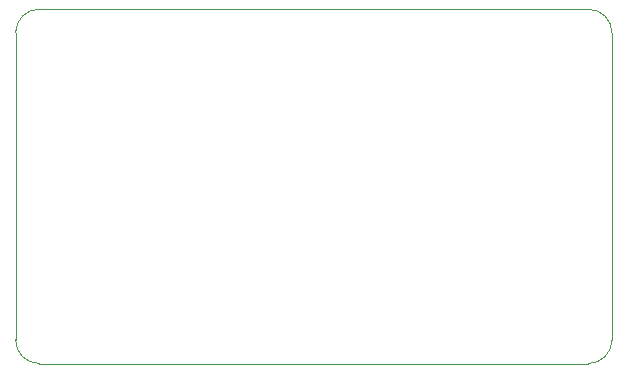
<source format=gbr>
G04 #@! TF.FileFunction,Profile,NP*
%FSLAX46Y46*%
G04 Gerber Fmt 4.6, Leading zero omitted, Abs format (unit mm)*
G04 Created by KiCad (PCBNEW 4.0.7) date 01/27/18 13:27:31*
%MOMM*%
%LPD*%
G01*
G04 APERTURE LIST*
%ADD10C,0.100000*%
G04 APERTURE END LIST*
D10*
X135500000Y-115000000D02*
G75*
G03X137500000Y-113000000I0J2000000D01*
G01*
X137500000Y-87000000D02*
G75*
G03X135500000Y-85000000I-2000000J0D01*
G01*
X87000000Y-113000000D02*
G75*
G03X89000000Y-115000000I2000000J0D01*
G01*
X89000000Y-85000000D02*
G75*
G03X87000000Y-87000000I0J-2000000D01*
G01*
X135250000Y-115000000D02*
X135500000Y-115000000D01*
X137500000Y-87000000D02*
X137500000Y-113000000D01*
X89000000Y-85000000D02*
X135500000Y-85000000D01*
X87000000Y-113000000D02*
X87000000Y-87000000D01*
X89000000Y-115000000D02*
X135250000Y-115000000D01*
M02*

</source>
